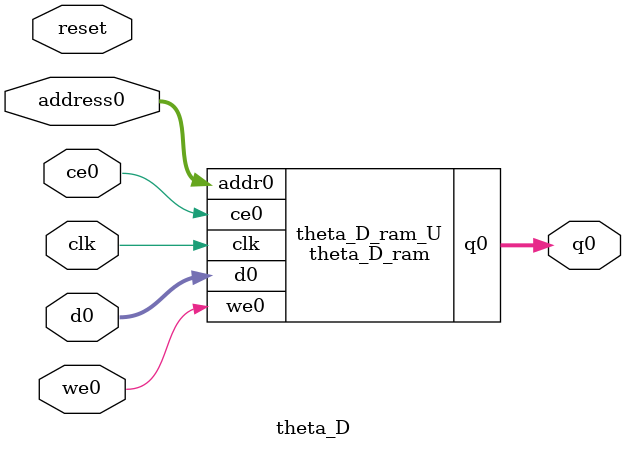
<source format=v>
`timescale 1 ns / 1 ps
module theta_D_ram (addr0, ce0, d0, we0, q0,  clk);

parameter DWIDTH = 64;
parameter AWIDTH = 3;
parameter MEM_SIZE = 5;

input[AWIDTH-1:0] addr0;
input ce0;
input[DWIDTH-1:0] d0;
input we0;
output reg[DWIDTH-1:0] q0;
input clk;

(* ram_style = "distributed" *)reg [DWIDTH-1:0] ram[0:MEM_SIZE-1];




always @(posedge clk)  
begin 
    if (ce0) begin
        if (we0) 
            ram[addr0] <= d0; 
        q0 <= ram[addr0];
    end
end


endmodule

`timescale 1 ns / 1 ps
module theta_D(
    reset,
    clk,
    address0,
    ce0,
    we0,
    d0,
    q0);

parameter DataWidth = 32'd64;
parameter AddressRange = 32'd5;
parameter AddressWidth = 32'd3;
input reset;
input clk;
input[AddressWidth - 1:0] address0;
input ce0;
input we0;
input[DataWidth - 1:0] d0;
output[DataWidth - 1:0] q0;



theta_D_ram theta_D_ram_U(
    .clk( clk ),
    .addr0( address0 ),
    .ce0( ce0 ),
    .we0( we0 ),
    .d0( d0 ),
    .q0( q0 ));

endmodule


</source>
